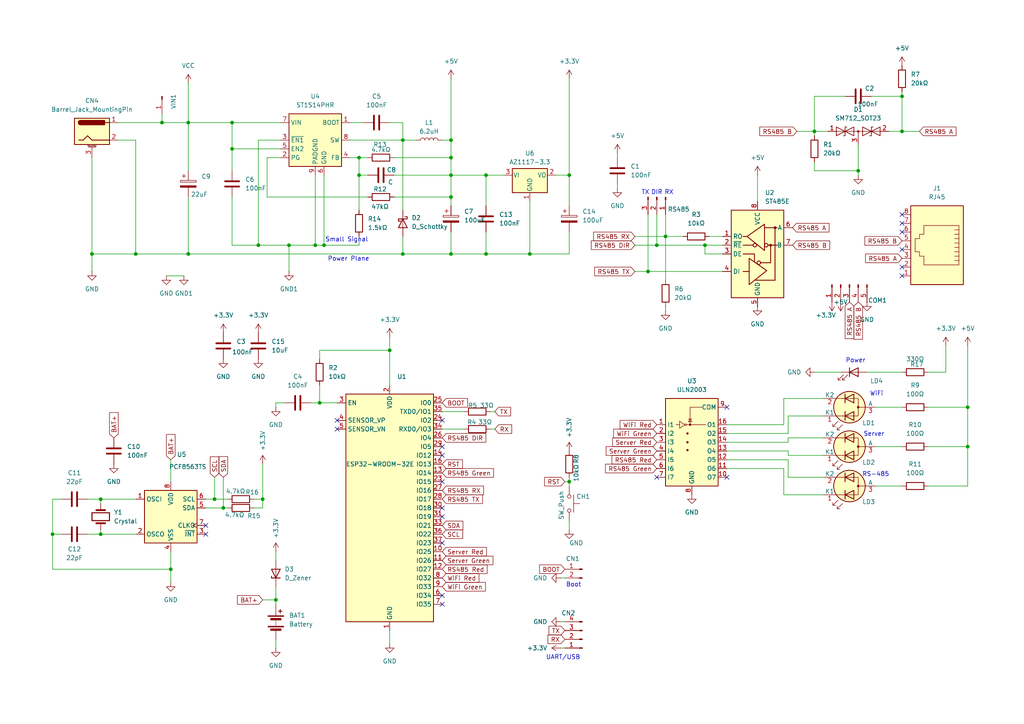
<source format=kicad_sch>
(kicad_sch (version 20250114) (generator "eeschema") (generator_version "9.0")
  (paper "A4")
  (text "Power" (at 248.158 104.648 0) (effects (font (size 1.27 1.27))))
  (text "RS-485" (at 254 137.668 0) (effects (font (size 1.27 1.27))))
  (text "UART/USB" (at 163.322 190.754 0) (effects (font (size 1.27 1.27))))
  (text "RX" (at 194.056 55.88 0) (effects (font (size 1.27 1.27))))
  (text "Boot" (at 166.37 169.672 0) (effects (font (size 1.27 1.27))))
  (text "Server" (at 253.492 125.984 0) (effects (font (size 1.27 1.27))))
  (text "WiFi" (at 254.254 114.3 0) (effects (font (size 1.27 1.27))))
  (text "Power Plane" (at 101.092 75.184 0) (effects (font (size 1.27 1.27))))
  (text "DIR" (at 190.5 55.88 0) (effects (font (size 1.27 1.27))))
  (text "TX" (at 187.198 55.88 0) (effects (font (size 1.27 1.27))))
  (text "Small Signal" (at 100.584 69.596 0) (effects (font (size 1.27 1.27))))
  (junction (at 104.14 50.8))
  (junction (at 39.37 73.66))
  (junction (at 83.82 71.12))
  (junction (at 280.67 118.11))
  (junction (at 261.62 38.1))
  (junction (at 193.04 68.58))
  (junction (at 165.1 50.8))
  (junction (at 116.84 40.64))
  (junction (at 49.53 165.1))
  (junction (at 29.21 154.94))
  (junction (at 26.67 73.66))
  (junction (at 67.31 43.18))
  (junction (at 76.2 144.78))
  (junction (at 116.84 73.66))
  (junction (at 204.47 71.12))
  (junction (at 130.81 57.15))
  (junction (at 113.03 101.6))
  (junction (at 46.99 35.56))
  (junction (at 130.81 50.8))
  (junction (at 54.61 35.56))
  (junction (at 130.81 73.66))
  (junction (at 130.81 40.64))
  (junction (at 74.93 71.12))
  (junction (at 80.01 173.99))
  (junction (at 140.97 50.8))
  (junction (at 92.71 116.84))
  (junction (at 280.67 129.54))
  (junction (at 130.81 45.72))
  (junction (at 248.92 49.53))
  (junction (at 64.77 147.32))
  (junction (at 54.61 73.66))
  (junction (at 140.97 73.66))
  (junction (at 236.22 38.1))
  (junction (at 153.67 73.66))
  (junction (at 261.62 27.94))
  (junction (at 104.14 45.72))
  (junction (at 165.1 139.7))
  (junction (at 91.44 71.12))
  (junction (at 67.31 35.56))
  (junction (at 15.24 154.94))
  (junction (at 29.21 144.78))
  (junction (at 190.5 71.12))
  (junction (at 62.23 144.78))
  (junction (at 93.98 71.12))
  (junction (at 187.96 78.74))
  (no_connect (at 261.62 62.23))
  (no_connect (at 128.27 121.92))
  (no_connect (at 97.79 124.46))
  (no_connect (at 261.62 77.47))
  (no_connect (at 128.27 129.54))
  (no_connect (at 128.27 132.08))
  (no_connect (at 128.27 175.26))
  (no_connect (at 261.62 72.39))
  (no_connect (at 261.62 67.31))
  (no_connect (at 210.82 118.11))
  (no_connect (at 128.27 172.72))
  (no_connect (at 261.62 64.77))
  (no_connect (at 128.27 157.48))
  (no_connect (at 59.69 154.94))
  (no_connect (at 261.62 80.01))
  (no_connect (at 210.82 138.43))
  (no_connect (at 59.69 152.4))
  (no_connect (at 128.27 149.86))
  (no_connect (at 128.27 147.32))
  (no_connect (at 128.27 139.7))
  (no_connect (at 97.79 121.92))
  (no_connect (at 190.5 138.43))
  (wire (pts (xy 165.1 151.13) (xy 165.1 153.67)))
  (wire (pts (xy 165.1 67.31) (xy 165.1 73.66)))
  (wire (pts (xy 67.31 43.18) (xy 81.28 43.18)))
  (wire (pts (xy 228.6 130.81) (xy 228.6 132.08)))
  (wire (pts (xy 114.3 57.15) (xy 130.81 57.15)))
  (wire (pts (xy 54.61 24.13) (xy 54.61 35.56)))
  (wire (pts (xy 67.31 49.53) (xy 67.31 43.18)))
  (wire (pts (xy 165.1 22.86) (xy 165.1 50.8)))
  (wire (pts (xy 184.15 78.74) (xy 187.96 78.74)))
  (wire (pts (xy 39.37 40.64) (xy 39.37 73.66)))
  (wire (pts (xy 252.73 27.94) (xy 261.62 27.94)))
  (wire (pts (xy 64.77 147.32) (xy 66.04 147.32)))
  (wire (pts (xy 227.33 143.51) (xy 238.76 143.51)))
  (wire (pts (xy 130.81 67.31) (xy 130.81 73.66)))
  (wire (pts (xy 81.28 40.64) (xy 74.93 40.64)))
  (wire (pts (xy 193.04 68.58) (xy 198.12 68.58)))
  (wire (pts (xy 128.27 119.38) (xy 134.62 119.38)))
  (wire (pts (xy 34.29 40.64) (xy 39.37 40.64)))
  (wire (pts (xy 116.84 40.64) (xy 116.84 60.96)))
  (wire (pts (xy 130.81 50.8) (xy 130.81 57.15)))
  (wire (pts (xy 116.84 40.64) (xy 120.65 40.64)))
  (wire (pts (xy 261.62 27.94) (xy 261.62 38.1)))
  (wire (pts (xy 76.2 147.32) (xy 73.66 147.32)))
  (wire (pts (xy 67.31 43.18) (xy 67.31 35.56)))
  (wire (pts (xy 80.01 118.11) (xy 80.01 116.84)))
  (wire (pts (xy 280.67 129.54) (xy 280.67 140.97)))
  (wire (pts (xy 114.3 45.72) (xy 130.81 45.72)))
  (wire (pts (xy 92.71 111.76) (xy 92.71 116.84)))
  (wire (pts (xy 74.93 40.64) (xy 74.93 71.12)))
  (wire (pts (xy 77.47 57.15) (xy 77.47 45.72)))
  (wire (pts (xy 104.14 45.72) (xy 106.68 45.72)))
  (wire (pts (xy 254 140.97) (xy 261.62 140.97)))
  (wire (pts (xy 116.84 40.64) (xy 101.6 40.64)))
  (wire (pts (xy 280.67 100.33) (xy 280.67 118.11)))
  (wire (pts (xy 46.99 35.56) (xy 54.61 35.56)))
  (wire (pts (xy 163.83 139.7) (xy 165.1 139.7)))
  (wire (pts (xy 90.17 116.84) (xy 92.71 116.84)))
  (wire (pts (xy 26.67 45.72) (xy 26.67 73.66)))
  (wire (pts (xy 62.23 144.78) (xy 66.04 144.78)))
  (wire (pts (xy 91.44 50.8) (xy 91.44 71.12)))
  (wire (pts (xy 236.22 27.94) (xy 236.22 38.1)))
  (wire (pts (xy 162.56 180.34) (xy 163.83 180.34)))
  (wire (pts (xy 130.81 50.8) (xy 130.81 45.72)))
  (wire (pts (xy 193.04 68.58) (xy 193.04 62.23)))
  (wire (pts (xy 67.31 71.12) (xy 74.93 71.12)))
  (wire (pts (xy 49.53 160.02) (xy 49.53 165.1)))
  (wire (pts (xy 228.6 138.43) (xy 228.6 133.35)))
  (wire (pts (xy 29.21 144.78) (xy 39.37 144.78)))
  (wire (pts (xy 248.92 50.8) (xy 248.92 49.53)))
  (wire (pts (xy 73.66 144.78) (xy 76.2 144.78)))
  (wire (pts (xy 54.61 57.15) (xy 54.61 73.66)))
  (wire (pts (xy 34.29 35.56) (xy 46.99 35.56)))
  (wire (pts (xy 245.11 27.94) (xy 236.22 27.94)))
  (wire (pts (xy 104.14 45.72) (xy 104.14 50.8)))
  (wire (pts (xy 162.56 187.96) (xy 163.83 187.96)))
  (wire (pts (xy 236.22 46.99) (xy 236.22 49.53)))
  (wire (pts (xy 165.1 50.8) (xy 165.1 59.69)))
  (wire (pts (xy 77.47 45.72) (xy 81.28 45.72)))
  (wire (pts (xy 280.67 118.11) (xy 280.67 129.54)))
  (wire (pts (xy 130.81 50.8) (xy 140.97 50.8)))
  (wire (pts (xy 261.62 27.94) (xy 261.62 26.67)))
  (wire (pts (xy 92.71 116.84) (xy 97.79 116.84)))
  (wire (pts (xy 15.24 144.78) (xy 15.24 154.94)))
  (wire (pts (xy 248.92 49.53) (xy 248.92 41.91)))
  (wire (pts (xy 219.71 50.8) (xy 219.71 58.42)))
  (wire (pts (xy 140.97 73.66) (xy 153.67 73.66)))
  (wire (pts (xy 130.81 73.66) (xy 140.97 73.66)))
  (wire (pts (xy 25.4 144.78) (xy 29.21 144.78)))
  (wire (pts (xy 48.26 80.01) (xy 53.34 80.01)))
  (wire (pts (xy 165.1 138.43) (xy 165.1 139.7)))
  (wire (pts (xy 54.61 35.56) (xy 67.31 35.56)))
  (wire (pts (xy 280.67 140.97) (xy 269.24 140.97)))
  (wire (pts (xy 91.44 71.12) (xy 93.98 71.12)))
  (wire (pts (xy 29.21 146.05) (xy 29.21 144.78)))
  (wire (pts (xy 187.96 62.23) (xy 187.96 78.74)))
  (wire (pts (xy 179.07 54.61) (xy 179.07 53.34)))
  (wire (pts (xy 116.84 73.66) (xy 130.81 73.66)))
  (wire (pts (xy 64.77 138.43) (xy 64.77 147.32)))
  (wire (pts (xy 238.76 138.43) (xy 228.6 138.43)))
  (wire (pts (xy 254 118.11) (xy 261.62 118.11)))
  (wire (pts (xy 140.97 67.31) (xy 140.97 73.66)))
  (wire (pts (xy 190.5 62.23) (xy 190.5 71.12)))
  (wire (pts (xy 80.01 116.84) (xy 82.55 116.84)))
  (wire (pts (xy 184.15 71.12) (xy 190.5 71.12)))
  (wire (pts (xy 54.61 73.66) (xy 116.84 73.66)))
  (wire (pts (xy 25.4 154.94) (xy 29.21 154.94)))
  (wire (pts (xy 228.6 120.65) (xy 238.76 120.65)))
  (wire (pts (xy 153.67 58.42) (xy 153.67 73.66)))
  (wire (pts (xy 274.32 107.95) (xy 269.24 107.95)))
  (wire (pts (xy 128.27 124.46) (xy 134.62 124.46)))
  (wire (pts (xy 54.61 49.53) (xy 54.61 35.56)))
  (wire (pts (xy 116.84 35.56) (xy 116.84 40.64)))
  (wire (pts (xy 46.99 35.56) (xy 46.99 33.02)))
  (wire (pts (xy 130.81 57.15) (xy 130.81 59.69)))
  (wire (pts (xy 80.01 173.99) (xy 80.01 170.18)))
  (wire (pts (xy 92.71 101.6) (xy 113.03 101.6)))
  (wire (pts (xy 76.2 173.99) (xy 80.01 173.99)))
  (wire (pts (xy 193.04 68.58) (xy 193.04 81.28)))
  (wire (pts (xy 83.82 71.12) (xy 83.82 78.74)))
  (wire (pts (xy 128.27 40.64) (xy 130.81 40.64)))
  (wire (pts (xy 80.01 185.42) (xy 80.01 187.96)))
  (wire (pts (xy 59.69 144.78) (xy 62.23 144.78)))
  (wire (pts (xy 254 129.54) (xy 261.62 129.54)))
  (wire (pts (xy 227.33 135.89) (xy 227.33 143.51)))
  (wire (pts (xy 269.24 129.54) (xy 280.67 129.54)))
  (wire (pts (xy 261.62 38.1) (xy 266.7 38.1)))
  (wire (pts (xy 143.51 124.46) (xy 142.24 124.46)))
  (wire (pts (xy 251.46 107.95) (xy 261.62 107.95)))
  (wire (pts (xy 210.82 128.27) (xy 228.6 128.27)))
  (wire (pts (xy 143.51 119.38) (xy 142.24 119.38)))
  (wire (pts (xy 62.23 138.43) (xy 62.23 144.78)))
  (wire (pts (xy 104.14 71.12) (xy 93.98 71.12)))
  (wire (pts (xy 228.6 127) (xy 238.76 127)))
  (wire (pts (xy 101.6 35.56) (xy 105.41 35.56)))
  (wire (pts (xy 140.97 50.8) (xy 146.05 50.8)))
  (wire (pts (xy 101.6 45.72) (xy 104.14 45.72)))
  (wire (pts (xy 104.14 50.8) (xy 106.68 50.8)))
  (wire (pts (xy 210.82 123.19) (xy 227.33 123.19)))
  (wire (pts (xy 17.78 144.78) (xy 15.24 144.78)))
  (wire (pts (xy 236.22 107.95) (xy 243.84 107.95)))
  (wire (pts (xy 93.98 71.12) (xy 93.98 50.8)))
  (wire (pts (xy 161.29 50.8) (xy 165.1 50.8)))
  (wire (pts (xy 113.03 186.69) (xy 113.03 182.88)))
  (wire (pts (xy 113.03 101.6) (xy 113.03 111.76)))
  (wire (pts (xy 187.96 78.74) (xy 209.55 78.74)))
  (wire (pts (xy 59.69 147.32) (xy 64.77 147.32)))
  (wire (pts (xy 274.32 100.33) (xy 274.32 107.95)))
  (wire (pts (xy 236.22 38.1) (xy 236.22 39.37)))
  (wire (pts (xy 165.1 139.7) (xy 165.1 140.97)))
  (wire (pts (xy 15.24 154.94) (xy 17.78 154.94)))
  (wire (pts (xy 228.6 128.27) (xy 228.6 127)))
  (wire (pts (xy 179.07 44.45) (xy 179.07 45.72)))
  (wire (pts (xy 76.2 144.78) (xy 76.2 147.32)))
  (wire (pts (xy 240.03 38.1) (xy 236.22 38.1)))
  (wire (pts (xy 49.53 165.1) (xy 49.53 168.91)))
  (wire (pts (xy 209.55 71.12) (xy 204.47 71.12)))
  (wire (pts (xy 193.04 88.9) (xy 193.04 90.17)))
  (wire (pts (xy 29.21 154.94) (xy 39.37 154.94)))
  (wire (pts (xy 228.6 120.65) (xy 228.6 125.73)))
  (wire (pts (xy 114.3 50.8) (xy 130.81 50.8)))
  (wire (pts (xy 116.84 73.66) (xy 116.84 68.58)))
  (wire (pts (xy 227.33 115.57) (xy 238.76 115.57)))
  (wire (pts (xy 231.14 38.1) (xy 236.22 38.1)))
  (wire (pts (xy 39.37 73.66) (xy 54.61 73.66)))
  (wire (pts (xy 83.82 71.12) (xy 91.44 71.12)))
  (wire (pts (xy 76.2 134.62) (xy 76.2 144.78)))
  (wire (pts (xy 204.47 73.66) (xy 209.55 73.66)))
  (wire (pts (xy 130.81 22.86) (xy 130.81 40.64)))
  (wire (pts (xy 163.83 167.64) (xy 162.56 167.64)))
  (wire (pts (xy 190.5 71.12) (xy 204.47 71.12)))
  (wire (pts (xy 80.01 160.02) (xy 80.01 162.56)))
  (wire (pts (xy 130.81 40.64) (xy 130.81 45.72)))
  (wire (pts (xy 165.1 73.66) (xy 153.67 73.66)))
  (wire (pts (xy 140.97 50.8) (xy 140.97 59.69)))
  (wire (pts (xy 80.01 173.99) (xy 80.01 175.26)))
  (wire (pts (xy 236.22 49.53) (xy 248.92 49.53)))
  (wire (pts (xy 67.31 35.56) (xy 81.28 35.56)))
  (wire (pts (xy 113.03 97.79) (xy 113.03 101.6)))
  (wire (pts (xy 269.24 118.11) (xy 280.67 118.11)))
  (wire (pts (xy 74.93 71.12) (xy 83.82 71.12)))
  (wire (pts (xy 113.03 35.56) (xy 116.84 35.56)))
  (wire (pts (xy 106.68 57.15) (xy 77.47 57.15)))
  (wire (pts (xy 205.74 68.58) (xy 209.55 68.58)))
  (wire (pts (xy 227.33 115.57) (xy 227.33 123.19)))
  (wire (pts (xy 228.6 132.08) (xy 238.76 132.08)))
  (wire (pts (xy 210.82 135.89) (xy 227.33 135.89)))
  (wire (pts (xy 26.67 73.66) (xy 26.67 78.74)))
  (wire (pts (xy 92.71 101.6) (xy 92.71 104.14)))
  (wire (pts (xy 228.6 133.35) (xy 210.82 133.35)))
  (wire (pts (xy 210.82 130.81) (xy 228.6 130.81)))
  (wire (pts (xy 228.6 125.73) (xy 210.82 125.73)))
  (wire (pts (xy 104.14 68.58) (xy 104.14 71.12)))
  (wire (pts (xy 257.81 38.1) (xy 261.62 38.1)))
  (wire (pts (xy 15.24 165.1) (xy 49.53 165.1)))
  (wire (pts (xy 67.31 57.15) (xy 67.31 71.12)))
  (wire (pts (xy 104.14 50.8) (xy 104.14 60.96)))
  (wire (pts (xy 15.24 154.94) (xy 15.24 165.1)))
  (wire (pts (xy 49.53 133.35) (xy 49.53 139.7)))
  (wire (pts (xy 184.15 68.58) (xy 193.04 68.58)))
  (wire (pts (xy 29.21 153.67) (xy 29.21 154.94)))
  (wire (pts (xy 204.47 71.12) (xy 204.47 73.66)))
  (wire (pts (xy 26.67 73.66) (xy 39.37 73.66)))
  (global_label "RS485 DIR" (shape input) (at 128.27 127 0) (property "Intersheetrefs" "${INTERSHEET_REFS}" (effects (hide yes))))
  (global_label "RS485 B" (shape input) (at 229.87 71.12 0) (property "Intersheetrefs" "${INTERSHEET_REFS}" (effects (hide yes))))
  (global_label "RS485 Red" (shape input) (at 190.5 133.35 180) (property "Intersheetrefs" "${INTERSHEET_REFS}" (effects (hide yes))))
  (global_label "BAT+" (shape input) (at 33.02 127 90) (property "Intersheetrefs" "${INTERSHEET_REFS}" (effects (hide yes))))
  (global_label "Server Green" (shape input) (at 190.5 130.81 180) (property "Intersheetrefs" "${INTERSHEET_REFS}" (effects (hide yes))))
  (global_label "SCL" (shape input) (at 128.27 154.94 0) (property "Intersheetrefs" "${INTERSHEET_REFS}" (effects (hide yes))))
  (global_label "RS485 B" (shape input) (at 231.14 38.1 180) (property "Intersheetrefs" "${INTERSHEET_REFS}" (effects (hide yes))))
  (global_label "RS485 TX" (shape input) (at 128.27 144.78 0) (property "Intersheetrefs" "${INTERSHEET_REFS}" (effects (hide yes))))
  (global_label "WiFi Red" (shape input) (at 128.27 167.64 0) (property "Intersheetrefs" "${INTERSHEET_REFS}" (effects (hide yes))))
  (global_label "WiFi Green" (shape input) (at 190.5 125.73 180) (property "Intersheetrefs" "${INTERSHEET_REFS}" (effects (hide yes))))
  (global_label "SDA" (shape input) (at 64.77 138.43 90) (property "Intersheetrefs" "${INTERSHEET_REFS}" (effects (hide yes))))
  (global_label "RS485 A" (shape input) (at 261.62 74.93 180) (property "Intersheetrefs" "${INTERSHEET_REFS}" (effects (hide yes))))
  (global_label "RS485 A" (shape input) (at 266.7 38.1 0) (property "Intersheetrefs" "${INTERSHEET_REFS}" (effects (hide yes))))
  (global_label "RX" (shape input) (at 143.51 124.46 0) (property "Intersheetrefs" "${INTERSHEET_REFS}" (effects (hide yes))))
  (global_label "RS485 Red" (shape input) (at 128.27 165.1 0) (property "Intersheetrefs" "${INTERSHEET_REFS}" (effects (hide yes))))
  (global_label "RS485 A" (shape input) (at 246.38 87.63 270) (property "Intersheetrefs" "${INTERSHEET_REFS}" (effects (hide yes))))
  (global_label "RS485 A" (shape input) (at 229.87 66.04 0) (property "Intersheetrefs" "${INTERSHEET_REFS}" (effects (hide yes))))
  (global_label "WiFi Red" (shape input) (at 190.5 123.19 180) (property "Intersheetrefs" "${INTERSHEET_REFS}" (effects (hide yes))))
  (global_label "Server Green" (shape input) (at 128.27 162.56 0) (property "Intersheetrefs" "${INTERSHEET_REFS}" (effects (hide yes))))
  (global_label "RS485 RX" (shape input) (at 184.15 68.58 180) (property "Intersheetrefs" "${INTERSHEET_REFS}" (effects (hide yes))))
  (global_label "RS485 B" (shape input) (at 248.92 87.63 270) (property "Intersheetrefs" "${INTERSHEET_REFS}" (effects (hide yes))))
  (global_label "BOOT" (shape input) (at 163.83 165.1 180) (property "Intersheetrefs" "${INTERSHEET_REFS}" (effects (hide yes))))
  (global_label "Server Red" (shape input) (at 190.5 128.27 180) (property "Intersheetrefs" "${INTERSHEET_REFS}" (effects (hide yes))))
  (global_label "RX" (shape input) (at 163.83 185.42 180) (property "Intersheetrefs" "${INTERSHEET_REFS}" (effects (hide yes))))
  (global_label "RS485 DIR" (shape input) (at 184.15 71.12 180) (property "Intersheetrefs" "${INTERSHEET_REFS}" (effects (hide yes))))
  (global_label "Server Red" (shape input) (at 128.27 160.02 0) (property "Intersheetrefs" "${INTERSHEET_REFS}" (effects (hide yes))))
  (global_label "RS485 TX" (shape input) (at 184.15 78.74 180) (property "Intersheetrefs" "${INTERSHEET_REFS}" (effects (hide yes))))
  (global_label "WiFi Green" (shape input) (at 128.27 170.18 0) (property "Intersheetrefs" "${INTERSHEET_REFS}" (effects (hide yes))))
  (global_label "RST" (shape input) (at 128.27 134.62 0) (property "Intersheetrefs" "${INTERSHEET_REFS}" (effects (hide yes))))
  (global_label "RS485 RX" (shape input) (at 128.27 142.24 0) (property "Intersheetrefs" "${INTERSHEET_REFS}" (effects (hide yes))))
  (global_label "BAT+" (shape input) (at 49.53 133.35 90) (property "Intersheetrefs" "${INTERSHEET_REFS}" (effects (hide yes))))
  (global_label "BOOT" (shape input) (at 128.27 116.84 0) (property "Intersheetrefs" "${INTERSHEET_REFS}" (effects (hide yes))))
  (global_label "RS485 Green" (shape input) (at 128.27 137.16 0) (property "Intersheetrefs" "${INTERSHEET_REFS}" (effects (hide yes))))
  (global_label "RS485 Green" (shape input) (at 190.5 135.89 180) (property "Intersheetrefs" "${INTERSHEET_REFS}" (effects (hide yes))))
  (global_label "RST" (shape input) (at 163.83 139.7 180) (property "Intersheetrefs" "${INTERSHEET_REFS}" (effects (hide yes))))
  (global_label "SDA" (shape input) (at 128.27 152.4 0) (property "Intersheetrefs" "${INTERSHEET_REFS}" (effects (hide yes))))
  (global_label "BAT+" (shape input) (at 76.2 173.99 180) (property "Intersheetrefs" "${INTERSHEET_REFS}" (effects (hide yes))))
  (global_label "SCL" (shape input) (at 62.23 138.43 90) (property "Intersheetrefs" "${INTERSHEET_REFS}" (effects (hide yes))))
  (global_label "TX" (shape input) (at 163.83 182.88 180) (property "Intersheetrefs" "${INTERSHEET_REFS}" (effects (hide yes))))
  (global_label "RS485 B" (shape input) (at 261.62 69.85 180) (property "Intersheetrefs" "${INTERSHEET_REFS}" (effects (hide yes))))
  (global_label "TX" (shape input) (at 143.51 119.38 0) (property "Intersheetrefs" "${INTERSHEET_REFS}" (effects (hide yes))))
  (symbol (lib_id "Device:LED_Dual_KKA") (at 246.38 140.97 180) (unit 1)
    (property "Reference" "LD3" (at 251.968 145.542 0))
    (property "Value" "LED_Dual_KKA" (effects (hide yes)))
    (property "Footprint" "LED_THT:LED_D3.0mm-3" (effects (hide yes)))
    (property "Description" "Dual LED, common anode on pin 3" (effects (hide yes)))
  )
  (symbol (lib_id "power:GND") (at 236.22 107.95 270) (unit 1)
    (property "Reference" "#PWR021" (effects (hide yes)))
    (property "Value" "GND" (at 232.41 107.9499 90) (effects (justify right)))
    (property "Description" "Power symbol creates a global label with name \"GND\" , ground" (effects (hide yes)))
  )
  (symbol (lib_id "power:GND") (at 26.67 78.74 0) (unit 1)
    (property "Reference" "#PWR05" (effects (hide yes)))
    (property "Value" "GND" (at 26.67 83.82 0))
    (property "Description" "Power symbol creates a global label with name \"GND\" , ground" (effects (hide yes)))
  )
  (symbol (lib_id "power:+3.3V") (at 165.1 130.81 0) (mirror y) (unit 1)
    (property "Reference" "#PWR017" (effects (hide yes)))
    (property "Value" "+3.3V" (at 165.0999 127 90) (effects (justify left)))
    (property "Description" "Power symbol creates a global label with name \"+3.3V\"" (effects (hide yes)))
  )
  (symbol (lib_id "power:+5V") (at 130.81 22.86 0) (unit 1)
    (property "Reference" "#PWR03" (effects (hide yes)))
    (property "Value" "+5V" (at 130.81 17.78 0))
    (property "Description" "Power symbol creates a global label with name \"+5V\"" (effects (hide yes)))
  )
  (symbol (lib_id "Device:R") (at 261.62 22.86 180) (unit 1)
    (property "Reference" "R7" (at 264.16 21.5899 0) (effects (justify right)))
    (property "Value" "20kΩ" (at 264.16 24.1299 0) (effects (justify right)))
    (property "Footprint" "Resistor_SMD:R_0603_1608Metric" (effects (hide yes)))
    (property "Description" "Resistor" (effects (hide yes)))
  )
  (symbol (lib_id "Device:Battery") (at 80.01 180.34 0) (unit 1)
    (property "Reference" "BAT1" (at 83.82 178.4984 0) (effects (justify left)))
    (property "Value" "Battery" (at 83.82 181.0384 0) (effects (justify left)))
    (property "Footprint" "Battery:BatteryHolder_MPD_BC2003_1x2032" (effects (hide yes)))
    (property "Description" "Multiple-cell battery" (effects (hide yes)))
  )
  (symbol (lib_id "power:+3.3V") (at 162.56 187.96 90) (unit 1)
    (property "Reference" "#PWR08" (effects (hide yes)))
    (property "Value" "+3.3V" (at 158.75 187.9599 90) (effects (justify left)))
    (property "Description" "Power symbol creates a global label with name \"+3.3V\"" (effects (hide yes)))
  )
  (symbol (lib_id "Device:C") (at 248.92 27.94 90) (unit 1)
    (property "Reference" "C2" (at 252.222 25.654 90))
    (property "Value" "100nF" (at 251.714 30.226 90))
    (property "Footprint" "Capacitor_SMD:C_0603_1608Metric" (effects (hide yes)))
    (property "Description" "Unpolarized capacitor" (effects (hide yes)))
  )
  (symbol (lib_id "power:GND") (at 64.77 104.14 0) (unit 1)
    (property "Reference" "#PWR013" (effects (hide yes)))
    (property "Value" "GND" (at 64.77 109.22 0))
    (property "Description" "Power symbol creates a global label with name \"GND\" , ground" (effects (hide yes)))
  )
  (symbol (lib_id "Device:R") (at 110.49 57.15 90) (unit 1)
    (property "Reference" "R12" (at 110.236 54.864 90))
    (property "Value" "47kΩ" (at 110.236 59.944 90))
    (property "Footprint" "Resistor_SMD:R_0603_1608Metric" (effects (hide yes)))
    (property "Description" "Resistor" (effects (hide yes)))
  )
  (symbol (lib_id "power:+3.3V") (at 74.93 96.52 0) (unit 1)
    (property "Reference" "#PWR012" (effects (hide yes)))
    (property "Value" "+3.3V" (at 74.93 91.44 0))
    (property "Description" "Power symbol creates a global label with name \"+3.3V\"" (effects (hide yes)))
  )
  (symbol (lib_id "Device:C") (at 64.77 100.33 0) (unit 1)
    (property "Reference" "C3" (at 68.58 99.0599 0) (effects (justify left)))
    (property "Value" "100nF" (at 67.31 102.108 0) (effects (justify left)))
    (property "Footprint" "Capacitor_SMD:C_0603_1608Metric" (effects (hide yes)))
    (property "Description" "Unpolarized capacitor" (effects (hide yes)))
  )
  (symbol (lib_id "power:+5V") (at 280.67 100.33 0) (unit 1)
    (property "Reference" "#PWR020" (effects (hide yes)))
    (property "Value" "+5V" (at 280.67 95.25 0))
    (property "Description" "Power symbol creates a global label with name \"+5V\"" (effects (hide yes)))
  )
  (symbol (lib_id "Device:C") (at 21.59 154.94 270) (unit 1)
    (property "Reference" "C12" (at 21.59 159.258 90))
    (property "Value" "22pF" (at 21.59 161.798 90))
    (property "Footprint" "Capacitor_SMD:C_0603_1608Metric" (effects (hide yes)))
    (property "Description" "Unpolarized capacitor" (effects (hide yes)))
  )
  (symbol (lib_id "power:GND1") (at 53.34 80.01 0) (mirror y) (unit 1)
    (property "Reference" "#PWR038" (effects (hide yes)))
    (property "Value" "GND1" (at 53.34 85.09 0))
    (property "Description" "Power symbol creates a global label with name \"GND1\" , ground" (effects (hide yes)))
  )
  (symbol (lib_id "Device:R") (at 165.1 134.62 0) (unit 1)
    (property "Reference" "R8" (at 167.132 133.096 90))
    (property "Value" "10kΩ" (at 167.132 137.16 90))
    (property "Footprint" "Resistor_SMD:R_0603_1608Metric" (effects (hide yes)))
    (property "Description" "Resistor" (effects (hide yes)))
  )
  (symbol (lib_id "Connector:Conn_01x03_Pin") (at 190.5 57.15 270) (unit 1)
    (property "Reference" "RS485" (at 196.85 60.706 90))
    (property "Value" "Conn_01x03_Pin" (effects (hide yes)))
    (property "Footprint" "Connector_PinHeader_2.54mm:PinHeader_1x03_P2.54mm_Vertical" (effects (hide yes)))
    (property "Description" "Generic connector, single row, 01x03, script generated" (effects (hide yes)))
  )
  (symbol (lib_id "power:GND") (at 74.93 104.14 0) (unit 1)
    (property "Reference" "#PWR014" (effects (hide yes)))
    (property "Value" "GND" (at 74.93 109.22 0))
    (property "Description" "Power symbol creates a global label with name \"GND\" , ground" (effects (hide yes)))
  )
  (symbol (lib_id "Device:LED") (at 247.65 107.95 0) (unit 1)
    (property "Reference" "LD4" (at 254.254 110.49 0))
    (property "Value" "LED" (effects (hide yes)))
    (property "Footprint" "LED_THT:LED_D3.0mm" (effects (hide yes)))
    (property "Description" "Light emitting diode" (effects (hide yes)))
    (property "Sim.Pins" "1=K 2=A" (effects (hide yes)))
  )
  (symbol (lib_id "power:+3.3V") (at 80.01 160.02 0) (mirror y) (unit 1)
    (property "Reference" "#PWR022" (effects (hide yes)))
    (property "Value" "+3.3V" (at 80.0099 156.21 90) (effects (justify left)))
    (property "Description" "Power symbol creates a global label with name \"+3.3V\"" (effects (hide yes)))
  )
  (symbol (lib_id "Device:C") (at 179.07 49.53 0) (unit 1)
    (property "Reference" "C1" (at 182.88 48.2599 0) (effects (justify left)))
    (property "Value" "100nF" (at 182.88 50.7999 0) (effects (justify left)))
    (property "Footprint" "Capacitor_SMD:C_0603_1608Metric" (effects (hide yes)))
    (property "Description" "Unpolarized capacitor" (effects (hide yes)))
  )
  (symbol (lib_id "power:GND") (at 33.02 134.62 0) (unit 1)
    (property "Reference" "#PWR025" (effects (hide yes)))
    (property "Value" "GND" (at 33.02 139.7 0))
    (property "Description" "Power symbol creates a global label with name \"GND\" , ground" (effects (hide yes)))
  )
  (symbol (lib_id "power:+3.3V") (at 76.2 134.62 0) (mirror y) (unit 1)
    (property "Reference" "#PWR010" (effects (hide yes)))
    (property "Value" "+3.3V" (at 76.1999 130.81 90) (effects (justify left)))
    (property "Description" "Power symbol creates a global label with name \"+3.3V\"" (effects (hide yes)))
  )
  (symbol (lib_id "Device:R") (at 265.43 107.95 90) (unit 1)
    (property "Reference" "R17" (at 265.938 105.664 90))
    (property "Value" "330Ω" (at 265.43 104.14 90))
    (property "Footprint" "Resistor_SMD:R_0805_2012Metric" (effects (hide yes)))
    (property "Description" "Resistor" (effects (hide yes)))
  )
  (symbol (lib_id "Device:C_Polarized") (at 54.61 53.34 0) (unit 1)
    (property "Reference" "C9" (at 58.42 51.1809 0) (effects (justify left)))
    (property "Value" "22uF" (at 55.372 56.388 0) (effects (justify left)))
    (property "Footprint" "Capacitor_SMD:C_Elec_6.3x5.4" (effects (hide yes)))
    (property "Description" "Polarized capacitor" (effects (hide yes)))
  )
  (symbol (lib_id "Device:C_Polarized") (at 165.1 63.5 0) (unit 1)
    (property "Reference" "C14" (at 168.91 61.3409 0) (effects (justify left)))
    (property "Value" "100uF" (at 168.91 63.8809 0) (effects (justify left)))
    (property "Footprint" "Capacitor_SMD:C_Elec_4x5.4" (effects (hide yes)))
    (property "Description" "Polarized capacitor" (effects (hide yes)))
  )
  (symbol (lib_id "Connector:Conn_01x04_Pin") (at 168.91 185.42 180) (unit 1)
    (property "Reference" "CN2" (at 164.846 177.8 0))
    (property "Value" "Conn_01x04_Pin" (effects (hide yes)))
    (property "Footprint" "Connector_PinHeader_2.54mm:PinHeader_1x04_P2.54mm_Vertical" (effects (hide yes)))
    (property "Description" "Generic connector, single row, 01x04, script generated" (effects (hide yes)))
  )
  (symbol (lib_id "Device:R") (at 69.85 147.32 90) (unit 1)
    (property "Reference" "R15" (at 73.66 149.606 90))
    (property "Value" "4.7kΩ" (at 68.072 149.352 90))
    (property "Footprint" "Resistor_SMD:R_0603_1608Metric" (effects (hide yes)))
    (property "Description" "Resistor" (effects (hide yes)))
  )
  (symbol (lib_id "Device:R") (at 104.14 64.77 0) (unit 1)
    (property "Reference" "R14" (at 106.68 63.4999 0) (effects (justify left)))
    (property "Value" "1.5kΩ" (at 106.68 66.0399 0) (effects (justify left)))
    (property "Footprint" "Resistor_SMD:R_0603_1608Metric" (effects (hide yes)))
    (property "Description" "Resistor" (effects (hide yes)))
  )
  (symbol (lib_id "Device:Crystal") (at 29.21 149.86 270) (unit 1)
    (property "Reference" "Y1" (at 33.02 148.5899 90) (effects (justify left)))
    (property "Value" "Crystal" (at 33.02 151.1299 90) (effects (justify left)))
    (property "Footprint" "Crystal:Crystal_SMD_3215-2Pin_3.2x1.5mm" (effects (hide yes)))
    (property "Description" "Two pin crystal" (effects (hide yes)))
  )
  (symbol (lib_id "Device:C") (at 140.97 63.5 0) (unit 1)
    (property "Reference" "C13" (at 144.78 62.2299 0) (effects (justify left)))
    (property "Value" "100nF" (at 144.78 64.7699 0) (effects (justify left)))
    (property "Footprint" "Capacitor_SMD:C_0603_1608Metric" (effects (hide yes)))
    (property "Description" "Unpolarized capacitor" (effects (hide yes)))
  )
  (symbol (lib_id "power:+3.3V") (at 241.3 87.63 180) (unit 1)
    (property "Reference" "#PWR034" (effects (hide yes)))
    (property "Value" "+3.3V" (at 239.522 91.44 0))
    (property "Description" "Power symbol creates a global label with name \"+3.3V\"" (effects (hide yes)))
  )
  (symbol (lib_id "power:GND") (at 49.53 168.91 0) (unit 1)
    (property "Reference" "#PWR023" (effects (hide yes)))
    (property "Value" "GND" (at 49.53 173.99 0))
    (property "Description" "Power symbol creates a global label with name \"GND\" , ground" (effects (hide yes)))
  )
  (symbol (lib_id "Regulator_Linear:AZ1117-3.3") (at 153.67 50.8 0) (unit 1)
    (property "Reference" "U6" (at 153.67 44.45 0))
    (property "Value" "AZ1117-3.3" (at 153.67 46.99 0))
    (property "Footprint" "Package_TO_SOT_SMD:SOT-223-3_TabPin2" (effects (hide yes)))
    (property "Datasheet" "https://www.diodes.com/assets/Datasheets/AZ1117.pdf" (effects (hide yes)))
    (property "Description" "1A 20V Fixed LDO Linear Regulator, 3.3V, SOT-89/SOT-223/TO-220/TO-252/TO-263" (effects (hide yes)))
  )
  (symbol (lib_id "Connector:Barrel_Jack_MountingPin") (at 26.67 38.1 0) (unit 1)
    (property "Reference" "CN4" (at 26.67 29.21 0))
    (property "Value" "Barrel_Jack_MountingPin" (at 26.67 31.75 0))
    (property "Footprint" "Connector_BarrelJack:BarrelJack_Horizontal" (effects (hide yes)))
    (property "Description" "DC Barrel Jack with a mounting pin" (effects (hide yes)))
  )
  (symbol (lib_id "power:+3.3V") (at 274.32 100.33 0) (unit 1)
    (property "Reference" "#PWR019" (effects (hide yes)))
    (property "Value" "+3.3V" (at 274.32 95.25 0))
    (property "Description" "Power symbol creates a global label with name \"+3.3V\"" (effects (hide yes)))
  )
  (symbol (lib_id "Connector:RJ45") (at 271.78 72.39 0) (mirror y) (unit 1)
    (property "Reference" "J1" (at 271.78 54.61 0))
    (property "Value" "RJ45" (at 271.78 57.15 0))
    (property "Footprint" "Connector_RJ:RJ45_Amphenol_54602-x08_Horizontal" (effects (hide yes)))
    (property "Description" "RJ connector, 8P8C (8 positions 8 connected)" (effects (hide yes)))
  )
  (symbol (lib_id "Device:R") (at 265.43 140.97 90) (unit 1)
    (property "Reference" "R11" (at 265.43 134.62 90))
    (property "Value" "100Ω" (at 265.43 137.16 90))
    (property "Footprint" "Resistor_SMD:R_0805_2012Metric" (effects (hide yes)))
    (property "Description" "Resistor" (effects (hide yes)))
  )
  (symbol (lib_id "power:GND") (at 162.56 180.34 270) (unit 1)
    (property "Reference" "#PWR09" (effects (hide yes)))
    (property "Value" "GND" (at 158.75 180.3399 90) (effects (justify right)))
    (property "Description" "Power symbol creates a global label with name \"GND\" , ground" (effects (hide yes)))
  )
  (symbol (lib_id "Device:C_Polarized") (at 130.81 63.5 0) (unit 1)
    (property "Reference" "C7" (at 134.62 61.3409 0) (effects (justify left)))
    (property "Value" "100uF" (at 134.62 63.8809 0) (effects (justify left)))
    (property "Footprint" "Capacitor_SMD:C_Elec_4x5.4" (effects (hide yes)))
    (property "Description" "Polarized capacitor" (effects (hide yes)))
  )
  (symbol (lib_id "Device:R") (at 138.43 124.46 90) (unit 1)
    (property "Reference" "R4" (at 138.176 122.428 90) (effects (justify left)))
    (property "Value" "33Ω" (at 142.748 122.428 90) (effects (justify left)))
    (property "Footprint" "Resistor_SMD:R_0805_2012Metric" (effects (hide yes)))
    (property "Description" "Resistor" (effects (hide yes)))
  )
  (symbol (lib_id "Device:R") (at 138.43 119.38 90) (unit 1)
    (property "Reference" "R5" (at 138.43 117.602 90) (effects (justify left)))
    (property "Value" "33Ω" (at 143.256 117.602 90) (effects (justify left)))
    (property "Footprint" "Resistor_SMD:R_0805_2012Metric" (effects (hide yes)))
    (property "Description" "Resistor" (effects (hide yes)))
  )
  (symbol (lib_id "Connector:Conn_01x05_Pin") (at 246.38 82.55 90) (mirror x) (unit 1)
    (property "Reference" "COM1" (at 254.508 87.122 90))
    (property "Value" "Conn_01x05_Pin" (effects (hide yes)))
    (property "Footprint" "Connector_PinHeader_2.54mm:PinHeader_1x05_P2.54mm_Vertical" (effects (hide yes)))
    (property "Description" "Generic connector, single row, 01x05, script generated" (effects (hide yes)))
  )
  (symbol (lib_id "power:+5V") (at 261.62 19.05 0) (unit 1)
    (property "Reference" "#PWR033" (effects (hide yes)))
    (property "Value" "+5V" (at 261.62 13.97 0))
    (property "Description" "Power symbol creates a global label with name \"+5V\"" (effects (hide yes)))
  )
  (symbol (lib_id "power:GND") (at 251.46 87.63 0) (unit 1)
    (property "Reference" "#PWR036" (effects (hide yes)))
    (property "Value" "GND" (at 251.46 92.71 0))
    (property "Description" "Power symbol creates a global label with name \"GND\" , ground" (effects (hide yes)))
  )
  (symbol (lib_id "power:+3.3V") (at 113.03 97.79 0) (unit 1)
    (property "Reference" "#PWR07" (effects (hide yes)))
    (property "Value" "+3.3V" (at 113.03 92.71 0))
    (property "Description" "Power symbol creates a global label with name \"+3.3V\"" (effects (hide yes)))
  )
  (symbol (lib_id "power:GND") (at 80.01 118.11 0) (unit 1)
    (property "Reference" "#PWR016" (effects (hide yes)))
    (property "Value" "GND" (at 80.01 123.19 0))
    (property "Description" "Power symbol creates a global label with name \"GND\" , ground" (effects (hide yes)))
  )
  (symbol (lib_id "Transistor_Array:ULN2003") (at 200.66 128.27 0) (unit 1)
    (property "Reference" "U3" (at 200.66 110.49 0))
    (property "Value" "ULN2003" (at 200.66 113.03 0))
    (property "Footprint" "Package_SO:SO-16_3.9x9.9mm_P1.27mm" (effects (hide yes)))
    (property "Datasheet" "http://www.ti.com/lit/ds/symlink/uln2003a.pdf" (effects (hide yes)))
    (property "Description" "High Voltage, High Current Darlington Transistor Arrays, SOIC16/SOIC16W/DIP16/TSSOP16" (effects (hide yes)))
  )
  (symbol (lib_id "power:GND") (at 162.56 167.64 270) (unit 1)
    (property "Reference" "#PWR01" (effects (hide yes)))
    (property "Value" "GND" (at 158.75 167.6399 90) (effects (justify right)))
    (property "Description" "Power symbol creates a global label with name \"GND\" , ground" (effects (hide yes)))
  )
  (symbol (lib_id "Interface_UART:ST485E") (at 219.71 73.66 0) (unit 1)
    (property "Reference" "U2" (at 221.8533 55.88 0) (effects (justify left)))
    (property "Value" "ST485E" (at 221.8533 58.42 0) (effects (justify left)))
    (property "Footprint" "Package_SO:SOIC-8_3.9x4.9mm_P1.27mm" (effects (hide yes)))
    (property "Datasheet" "http://www.st.com/resource/en/datasheet/st485eb.pdf" (effects (hide yes)))
    (property "Description" "Half duplex RS-485/RS-422, 5 Mbps, ±15kV ESD, 5V supply, 256 bus load, SOIC-8" (effects (hide yes)))
  )
  (symbol (lib_id "Device:C") (at 74.93 100.33 0) (unit 1)
    (property "Reference" "C15" (at 78.74 99.0599 0) (effects (justify left)))
    (property "Value" "10uF" (at 78.74 101.5999 0) (effects (justify left)))
    (property "Footprint" "Capacitor_SMD:C_0603_1608Metric" (effects (hide yes)))
    (property "Description" "Unpolarized capacitor" (effects (hide yes)))
  )
  (symbol (lib_id "power:VCC") (at 54.61 24.13 0) (unit 1)
    (property "Reference" "#PWR02" (effects (hide yes)))
    (property "Value" "VCC" (at 54.61 19.05 0))
    (property "Description" "Power symbol creates a global label with name \"VCC\"" (effects (hide yes)))
  )
  (symbol (lib_id "power:GND") (at 80.01 187.96 0) (unit 1)
    (property "Reference" "#PWR026" (effects (hide yes)))
    (property "Value" "GND" (at 80.01 193.04 0))
    (property "Description" "Power symbol creates a global label with name \"GND\" , ground" (effects (hide yes)))
  )
  (symbol (lib_id "Connector:Conn_01x01_Pin") (at 46.99 27.94 90) (mirror x) (unit 1)
    (property "Reference" "VIN1" (at 50.292 29.464 0))
    (property "Value" "Conn_01x01_Pin" (effects (hide yes)))
    (property "Footprint" "Connector_PinHeader_2.54mm:PinHeader_1x01_P2.54mm_Vertical" (effects (hide yes)))
    (property "Description" "Generic connector, single row, 01x01, script generated" (effects (hide yes)))
  )
  (symbol (lib_id "Diode:SM712_SOT23") (at 248.92 38.1 0) (unit 1)
    (property "Reference" "D1" (at 248.92 31.75 0))
    (property "Value" "SM712_SOT23" (at 248.92 34.29 0))
    (property "Footprint" "Package_TO_SOT_SMD:SOT-23" (effects (hide yes)))
    (property "Datasheet" "https://www.littelfuse.com/~/media/electronics/datasheets/tvs_diode_arrays/littelfuse_tvs_diode_array_sm712_datasheet.pdf.pdf" (effects (hide yes)))
    (property "Description" "7V/12V, 600W Asymmetrical TVS Diode Array, SOT-23" (effects (hide yes)))
  )
  (symbol (lib_id "power:GND") (at 219.71 88.9 0) (unit 1)
    (property "Reference" "#PWR029" (effects (hide yes)))
    (property "Value" "GND" (at 219.71 93.98 0))
    (property "Description" "Power symbol creates a global label with name \"GND\" , ground" (effects (hide yes)))
  )
  (symbol (lib_id "Device:R") (at 193.04 85.09 0) (unit 1)
    (property "Reference" "R6" (at 195.58 83.8199 0) (effects (justify left)))
    (property "Value" "20kΩ" (at 195.58 86.3599 0) (effects (justify left)))
    (property "Footprint" "Resistor_SMD:R_0603_1608Metric" (effects (hide yes)))
    (property "Description" "Resistor" (effects (hide yes)))
  )
  (symbol (lib_id "Device:R") (at 236.22 43.18 0) (unit 1)
    (property "Reference" "R1" (at 238.76 41.9099 0) (effects (justify left)))
    (property "Value" "20kΩ" (at 238.76 44.4499 0) (effects (justify left)))
    (property "Footprint" "Resistor_SMD:R_0603_1608Metric" (effects (hide yes)))
    (property "Description" "Resistor" (effects (hide yes)))
  )
  (symbol (lib_id "power:GND") (at 113.03 186.69 0) (unit 1)
    (property "Reference" "#PWR06" (effects (hide yes)))
    (property "Value" "GND" (at 113.03 191.77 0))
    (property "Description" "Power symbol creates a global label with name \"GND\" , ground" (effects (hide yes)))
  )
  (symbol (lib_id "power:GND") (at 179.07 54.61 0) (unit 1)
    (property "Reference" "#PWR030" (effects (hide yes)))
    (property "Value" "GND" (at 179.07 59.69 0))
    (property "Description" "Power symbol creates a global label with name \"GND\" , ground" (effects (hide yes)))
  )
  (symbol (lib_id "Device:R") (at 92.71 107.95 0) (unit 1)
    (property "Reference" "R2" (at 95.25 106.6799 0) (effects (justify left)))
    (property "Value" "10kΩ" (at 95.25 109.2199 0) (effects (justify left)))
    (property "Footprint" "Resistor_SMD:R_0603_1608Metric" (effects (hide yes)))
    (property "Description" "Resistor" (effects (hide yes)))
  )
  (symbol (lib_id "Device:R") (at 69.85 144.78 90) (unit 1)
    (property "Reference" "R16" (at 73.152 142.748 90))
    (property "Value" "4.7kΩ" (at 68.326 142.494 90))
    (property "Footprint" "Resistor_SMD:R_0603_1608Metric" (effects (hide yes)))
    (property "Description" "Resistor" (effects (hide yes)))
  )
  (symbol (lib_id "power:+3.3V") (at 165.1 22.86 0) (unit 1)
    (property "Reference" "#PWR04" (effects (hide yes)))
    (property "Value" "+3.3V" (at 165.1 17.78 0))
    (property "Description" "Power symbol creates a global label with name \"+3.3V\"" (effects (hide yes)))
  )
  (symbol (lib_id "Device:R") (at 265.43 118.11 90) (unit 1)
    (property "Reference" "R9" (at 265.43 111.76 90))
    (property "Value" "100Ω" (at 265.43 114.3 90))
    (property "Footprint" "Resistor_SMD:R_0805_2012Metric" (effects (hide yes)))
    (property "Description" "Resistor" (effects (hide yes)))
  )
  (symbol (lib_id "Connector:Conn_01x02_Pin") (at 168.91 165.1 0) (mirror y) (unit 1)
    (property "Reference" "CN1" (at 166.116 162.052 0))
    (property "Value" "Conn_01x02_Pin" (effects (hide yes)))
    (property "Footprint" "Connector_PinHeader_2.54mm:PinHeader_1x02_P2.54mm_Vertical" (effects (hide yes)))
    (property "Description" "Generic connector, single row, 01x02, script generated" (effects (hide yes)))
  )
  (symbol (lib_id "Device:D_Zener") (at 80.01 166.37 90) (unit 1)
    (property "Reference" "D3" (at 82.55 165.0999 90) (effects (justify right)))
    (property "Value" "D_Zener" (at 82.55 167.6399 90) (effects (justify right)))
    (property "Footprint" "Diode_SMD:D_SOD-123" (effects (hide yes)))
    (property "Description" "Zener diode" (effects (hide yes)))
  )
  (symbol (lib_id "power:+5V") (at 243.84 87.63 180) (unit 1)
    (property "Reference" "#PWR035" (effects (hide yes)))
    (property "Value" "+5V" (at 243.84 87.63 0))
    (property "Description" "Power symbol creates a global label with name \"+5V\"" (effects (hide yes)))
  )
  (symbol (lib_id "Regulator_Switching:ST1S14PHR") (at 91.44 40.64 0) (unit 1)
    (property "Reference" "U4" (at 91.44 27.94 0))
    (property "Value" "ST1S14PHR" (at 91.44 30.48 0))
    (property "Footprint" "Package_SO:TI_SO-PowerPAD-8" (effects (hide yes)))
    (property "Datasheet" "http://www.st.com/internet/com/TECHNICAL_RESOURCES/TECHNICAL_LITERATURE/DATASHEET/CD00285678.pdf" (effects (hide yes)))
    (property "Description" "3A step-down switching regulator, Adjustable Output Voltage, 5.5-48V Input Voltage, 850kHz, PowerSO-8" (effects (hide yes)))
  )
  (symbol (lib_id "Device:LED_Dual_KKA") (at 246.38 118.11 180) (unit 1)
    (property "Reference" "LD1" (at 251.968 122.682 0))
    (property "Value" "LED_Dual_KKA" (effects (hide yes)))
    (property "Footprint" "LED_THT:LED_D3.0mm-3" (effects (hide yes)))
    (property "Description" "Dual LED, common anode on pin 3" (effects (hide yes)))
  )
  (symbol (lib_id "Device:C") (at 21.59 144.78 270) (unit 1)
    (property "Reference" "C11" (at 21.59 137.16 90))
    (property "Value" "22pF" (at 21.59 139.7 90))
    (property "Footprint" "Capacitor_SMD:C_0603_1608Metric" (effects (hide yes)))
    (property "Description" "Unpolarized capacitor" (effects (hide yes)))
  )
  (symbol (lib_id "Device:D_Schottky") (at 116.84 64.77 270) (unit 1)
    (property "Reference" "D2" (at 119.38 63.1824 90) (effects (justify left)))
    (property "Value" "D_Schottky" (at 119.38 65.7224 90) (effects (justify left)))
    (property "Footprint" "Diode_SMD:D_SMB" (effects (hide yes)))
    (property "Description" "Schottky diode" (effects (hide yes)))
  )
  (symbol (lib_id "Device:R") (at 265.43 129.54 90) (unit 1)
    (property "Reference" "R10" (at 265.43 123.19 90))
    (property "Value" "100Ω" (at 265.43 125.73 90))
    (property "Footprint" "Resistor_SMD:R_0805_2012Metric" (effects (hide yes)))
    (property "Description" "Resistor" (effects (hide yes)))
  )
  (symbol (lib_id "Device:L") (at 124.46 40.64 90) (unit 1)
    (property "Reference" "L1" (at 124.46 35.56 90))
    (property "Value" "6.2uH" (at 124.46 38.1 90))
    (property "Footprint" "Inductor_SMD:L_SOREDE_SNR.1050_10x10x5mm" (effects (hide yes)))
    (property "Description" "Inductor" (effects (hide yes)))
  )
  (symbol (lib_id "Device:R") (at 201.93 68.58 90) (unit 1)
    (property "Reference" "R3" (at 201.93 62.23 90))
    (property "Value" "10kΩ" (at 201.93 64.77 90))
    (property "Footprint" "Resistor_SMD:R_0603_1608Metric" (effects (hide yes)))
    (property "Description" "Resistor" (effects (hide yes)))
  )
  (symbol (lib_id "Device:C") (at 86.36 116.84 270) (unit 1)
    (property "Reference" "C4" (at 86.36 109.22 90))
    (property "Value" "100nF" (at 86.36 111.76 90))
    (property "Footprint" "Capacitor_SMD:C_0603_1608Metric" (effects (hide yes)))
    (property "Description" "Unpolarized capacitor" (effects (hide yes)))
  )
  (symbol (lib_id "power:GND") (at 248.92 50.8 0) (unit 1)
    (property "Reference" "#PWR032" (effects (hide yes)))
    (property "Value" "GND" (at 248.92 55.88 0))
    (property "Description" "Power symbol creates a global label with name \"GND\" , ground" (effects (hide yes)))
  )
  (symbol (lib_id "RF_Module:ESP32-WROOM-32E") (at 113.03 147.32 0) (unit 1)
    (property "Reference" "U1" (at 115.1733 109.22 0) (effects (justify left)))
    (property "Value" "ESP32-WROOM-32E" (at 100.33 134.62 0) (effects (justify left)))
    (property "Footprint" "RF_Module:ESP32-WROOM-32D" (effects (hide yes)))
    (property "Datasheet" "https://www.espressif.com/sites/default/files/documentation/esp32-wroom-32e_esp32-wroom-32ue_datasheet_en.pdf" (effects (hide yes)))
    (property "Description" "RF Module, ESP32-D0WD-V3 SoC, without PSRAM, Wi-Fi 802.11b/g/n, Bluetooth, BLE, 32-bit, 2.7-3.6V, onboard antenna, SMD" (effects (hide yes)))
  )
  (symbol (lib_id "power:GND") (at 193.04 90.17 0) (unit 1)
    (property "Reference" "#PWR031" (effects (hide yes)))
    (property "Value" "GND" (at 193.04 95.25 0))
    (property "Description" "Power symbol creates a global label with name \"GND\" , ground" (effects (hide yes)))
  )
  (symbol (lib_id "Device:C") (at 110.49 50.8 90) (unit 1)
    (property "Reference" "C8" (at 113.538 49.276 90))
    (property "Value" "C" (at 113.284 52.832 90))
    (property "Footprint" "Capacitor_SMD:C_0603_1608Metric" (effects (hide yes)))
    (property "Description" "Unpolarized capacitor" (effects (hide yes)))
  )
  (symbol (lib_id "power:GND1") (at 83.82 78.74 0) (mirror y) (unit 1)
    (property "Reference" "#PWR037" (effects (hide yes)))
    (property "Value" "GND1" (at 83.82 83.82 0))
    (property "Description" "Power symbol creates a global label with name \"GND1\" , ground" (effects (hide yes)))
  )
  (symbol (lib_id "Device:C") (at 33.02 130.81 0) (unit 1)
    (property "Reference" "C10" (at 36.83 129.5399 0) (effects (justify left)))
    (property "Value" "100nF" (at 36.83 132.0799 0) (effects (justify left)))
    (property "Footprint" "Capacitor_SMD:C_0603_1608Metric" (effects (hide yes)))
    (property "Description" "Unpolarized capacitor" (effects (hide yes)))
  )
  (symbol (lib_id "Device:R") (at 110.49 45.72 90) (unit 1)
    (property "Reference" "R13" (at 110.236 41.91 90))
    (property "Value" "4.7kΩ" (at 110.49 43.434 90))
    (property "Footprint" "Resistor_SMD:R_0603_1608Metric" (effects (hide yes)))
    (property "Description" "Resistor" (effects (hide yes)))
  )
  (symbol (lib_id "Device:C") (at 109.22 35.56 90) (unit 1)
    (property "Reference" "C5" (at 109.22 27.94 90))
    (property "Value" "100nF" (at 109.22 30.48 90))
    (property "Footprint" "Capacitor_SMD:C_0603_1608Metric" (effects (hide yes)))
    (property "Description" "Unpolarized capacitor" (effects (hide yes)))
  )
  (symbol (lib_id "power:GND") (at 165.1 153.67 0) (mirror y) (unit 1)
    (property "Reference" "#PWR018" (effects (hide yes)))
    (property "Value" "GND" (at 165.1001 157.48 0) (effects (justify right)))
    (property "Description" "Power symbol creates a global label with name \"GND\" , ground" (effects (hide yes)))
  )
  (symbol (lib_id "Switch:SW_Push") (at 165.1 146.05 270) (unit 1)
    (property "Reference" "CH1" (at 169.164 144.018 90))
    (property "Value" "SW_Push" (at 162.814 146.558 0))
    (property "Footprint" "Button_Switch_THT:SW_SPST_Omron_B3F-315x_Angled" (effects (hide yes)))
    (property "Description" "Push button switch, generic, two pins" (effects (hide yes)))
  )
  (symbol (lib_id "Timer_RTC:PCF8563TS") (at 49.53 149.86 0) (unit 1)
    (property "Reference" "U5" (at 51.308 131.826 0) (effects (justify left)))
    (property "Value" "PCF8563TS" (at 49.022 135.382 0) (effects (justify left)))
    (property "Footprint" "Package_SO:MSOP-8_3x3mm_P0.65mm" (effects (hide yes)))
    (property "Datasheet" "https://www.nxp.com/docs/en/data-sheet/PCF8563.pdf" (effects (hide yes)))
    (property "Description" "Realtime Clock/Calendar I2C Interface, TSSOP-8" (effects (hide yes)))
  )
  (symbol (lib_id "Device:C") (at 67.31 53.34 0) (unit 1)
    (property "Reference" "C6" (at 71.12 52.0699 0) (effects (justify left)))
    (property "Value" "100nF" (at 71.12 54.6099 0) (effects (justify left)))
    (property "Footprint" "Capacitor_SMD:C_0603_1608Metric" (effects (hide yes)))
    (property "Description" "Unpolarized capacitor" (effects (hide yes)))
  )
  (symbol (lib_id "power:+5V") (at 179.07 44.45 0) (unit 1)
    (property "Reference" "#PWR027" (effects (hide yes)))
    (property "Value" "+5V" (at 179.07 39.37 0))
    (property "Description" "Power symbol creates a global label with name \"+5V\"" (effects (hide yes)))
  )
  (symbol (lib_id "Device:LED_Dual_KKA") (at 246.38 129.54 180) (unit 1)
    (property "Reference" "LD2" (at 251.968 134.112 0))
    (property "Value" "LED_Dual_KKA" (effects (hide yes)))
    (property "Footprint" "LED_THT:LED_D3.0mm-3" (effects (hide yes)))
    (property "Description" "Dual LED, common anode on pin 3" (effects (hide yes)))
  )
  (symbol (lib_id "power:+3.3V") (at 64.77 96.52 0) (unit 1)
    (property "Reference" "#PWR011" (effects (hide yes)))
    (property "Value" "+3.3V" (at 64.77 91.44 0))
    (property "Description" "Power symbol creates a global label with name \"+3.3V\"" (effects (hide yes)))
  )
  (symbol (lib_id "power:+5V") (at 219.71 50.8 0) (unit 1)
    (property "Reference" "#PWR028" (effects (hide yes)))
    (property "Value" "+5V" (at 219.71 45.72 0))
    (property "Description" "Power symbol creates a global label with name \"+5V\"" (effects (hide yes)))
  )
  (symbol (lib_id "power:GND") (at 48.26 80.01 0) (unit 1)
    (property "Reference" "#PWR024" (effects (hide yes)))
    (property "Value" "GND" (at 48.26 85.09 0))
    (property "Description" "Power symbol creates a global label with name \"GND\" , ground" (effects (hide yes)))
  )
  (symbol (lib_id "power:GND") (at 200.66 143.51 0) (unit 1)
    (property "Reference" "#PWR015" (effects (hide yes)))
    (property "Value" "GND" (at 200.66 148.59 0))
    (property "Description" "Power symbol creates a global label with name \"GND\" , ground" (effects (hide yes)))
  )
)
</source>
